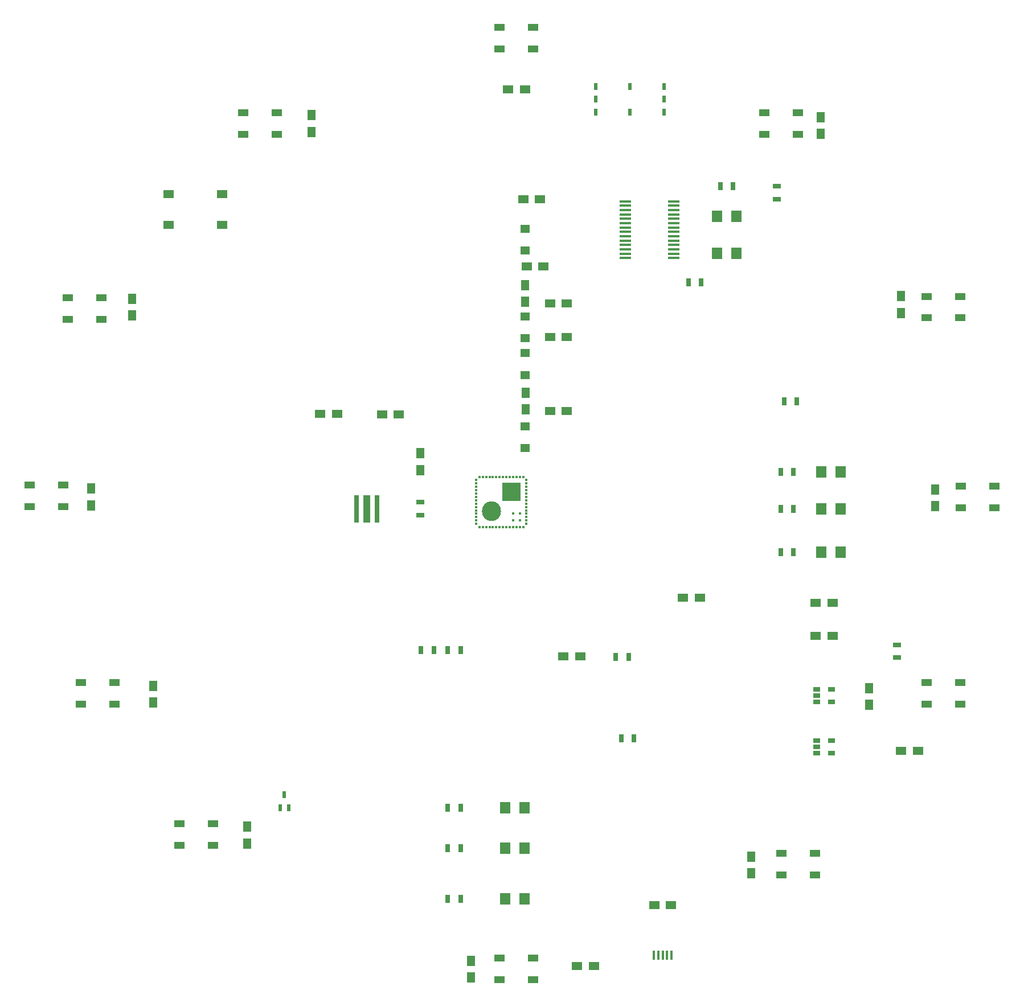
<source format=gtp>
G04 #@! TF.GenerationSoftware,KiCad,Pcbnew,(2016-12-18 revision 3ffa37c)-master*
G04 #@! TF.CreationDate,2016-12-20T15:26:01-08:00*
G04 #@! TF.ProjectId,badge-routed,62616467652D726F757465642E6B6963,rev?*
G04 #@! TF.FileFunction,Paste,Top*
G04 #@! TF.FilePolarity,Positive*
%FSLAX46Y46*%
G04 Gerber Fmt 4.6, Leading zero omitted, Abs format (unit mm)*
G04 Created by KiCad (PCBNEW (2016-12-18 revision 3ffa37c)-master) date Tuesday, December 20, 2016 'PMt' 03:26:01 PM*
%MOMM*%
%LPD*%
G01*
G04 APERTURE LIST*
%ADD10C,0.150000*%
%ADD11R,1.597660X1.800860*%
%ADD12R,0.700000X1.300000*%
%ADD13R,1.000000X4.100000*%
%ADD14R,0.700000X4.100000*%
%ADD15R,1.250000X1.500000*%
%ADD16R,1.500000X1.250000*%
%ADD17R,0.400000X1.350000*%
%ADD18R,1.300000X0.700000*%
%ADD19R,1.060000X0.650000*%
%ADD20R,0.500000X1.000000*%
%ADD21R,1.750000X0.450000*%
%ADD22R,1.600000X1.000000*%
%ADD23R,0.406400X0.406400*%
%ADD24O,2.819400X2.946400*%
%ADD25R,2.667000X2.667000*%
%ADD26R,0.304800X0.406400*%
%ADD27R,0.406400X0.304800*%
%ADD28R,1.550000X1.300000*%
%ADD29R,1.399540X1.150620*%
%ADD30R,0.599440X1.000760*%
G04 APERTURE END LIST*
D10*
D11*
X140580140Y-97500000D03*
X143419860Y-97500000D03*
D12*
X136450000Y-97500000D03*
X134550000Y-97500000D03*
D13*
X73000000Y-103000000D03*
D14*
X71500000Y-103000000D03*
X74500000Y-103000000D03*
D11*
X143419860Y-109500000D03*
X140580140Y-109500000D03*
X140580140Y-103000000D03*
X143419860Y-103000000D03*
D15*
X130175000Y-157230000D03*
X130175000Y-154730000D03*
X88500000Y-170250000D03*
X88500000Y-172750000D03*
X55245000Y-152785000D03*
X55245000Y-150285000D03*
X41275000Y-129330000D03*
X41275000Y-131830000D03*
X32000000Y-102500000D03*
X32000000Y-100000000D03*
X38100000Y-71775000D03*
X38100000Y-74275000D03*
X64770000Y-46970000D03*
X64770000Y-44470000D03*
D16*
X94000000Y-40640000D03*
X96500000Y-40640000D03*
X142250000Y-117000000D03*
X139750000Y-117000000D03*
X152435000Y-138988000D03*
X154935000Y-138988000D03*
X142220000Y-121920000D03*
X139720000Y-121920000D03*
X120000000Y-116250000D03*
X122500000Y-116250000D03*
D15*
X157480000Y-102620000D03*
X157480000Y-100120000D03*
D16*
X66060000Y-88900000D03*
X68560000Y-88900000D03*
X77750000Y-89000000D03*
X75250000Y-89000000D03*
D15*
X81000000Y-94750000D03*
X81000000Y-97250000D03*
X96600000Y-85750000D03*
X96600000Y-88250000D03*
X96500000Y-72250000D03*
X96500000Y-69750000D03*
D16*
X102750000Y-77500000D03*
X100250000Y-77500000D03*
X100250000Y-72500000D03*
X102750000Y-72500000D03*
X99250000Y-67000000D03*
X96750000Y-67000000D03*
X96250000Y-57000000D03*
X98750000Y-57000000D03*
X102750000Y-88500000D03*
X100250000Y-88500000D03*
X106750000Y-171000000D03*
X104250000Y-171000000D03*
X118250000Y-162000000D03*
X115750000Y-162000000D03*
X102250000Y-125000000D03*
X104750000Y-125000000D03*
D15*
X147650000Y-132200000D03*
X147650000Y-129700000D03*
X140500000Y-44750000D03*
X140500000Y-47250000D03*
X152400000Y-73870000D03*
X152400000Y-71370000D03*
D17*
X118299100Y-169437460D03*
X117649100Y-169437460D03*
X116999100Y-169437460D03*
X116349100Y-169437460D03*
X115699100Y-169437460D03*
D12*
X85050000Y-153500000D03*
X86950000Y-153500000D03*
X112710000Y-137160000D03*
X110810000Y-137160000D03*
D18*
X134000000Y-56950000D03*
X134000000Y-55050000D03*
D12*
X127450000Y-55000000D03*
X125550000Y-55000000D03*
X86950000Y-147500000D03*
X85050000Y-147500000D03*
X134550000Y-103000000D03*
X136450000Y-103000000D03*
X86950000Y-124000000D03*
X85050000Y-124000000D03*
X81050000Y-124000000D03*
X82950000Y-124000000D03*
X122700000Y-69350000D03*
X120800000Y-69350000D03*
X110025000Y-125038000D03*
X111925000Y-125038000D03*
X86950000Y-161000000D03*
X85050000Y-161000000D03*
D18*
X151810000Y-123230000D03*
X151810000Y-125130000D03*
X81000000Y-102050000D03*
X81000000Y-103950000D03*
D12*
X135050000Y-87000000D03*
X136950000Y-87000000D03*
X136450000Y-109500000D03*
X134550000Y-109500000D03*
D19*
X142070000Y-129860000D03*
X142070000Y-131760000D03*
X139870000Y-131760000D03*
X139870000Y-130810000D03*
X139870000Y-129860000D03*
X139870000Y-137480000D03*
X139870000Y-138430000D03*
X139870000Y-139380000D03*
X142070000Y-139380000D03*
X142070000Y-137480000D03*
D20*
X107000000Y-44000000D03*
X107000000Y-40200000D03*
X117200000Y-40200000D03*
X117200000Y-44000000D03*
X117200000Y-42100000D03*
X107000000Y-42100000D03*
X112100000Y-40200000D03*
X112100000Y-44000000D03*
D11*
X96419860Y-153500000D03*
X93580140Y-153500000D03*
X96419860Y-161000000D03*
X93580140Y-161000000D03*
D21*
X111400000Y-57275000D03*
X111400000Y-57925000D03*
X111400000Y-58575000D03*
X111400000Y-59225000D03*
X111400000Y-59875000D03*
X111400000Y-60525000D03*
X111400000Y-61175000D03*
X111400000Y-61825000D03*
X111400000Y-62475000D03*
X111400000Y-63125000D03*
X111400000Y-63775000D03*
X111400000Y-64425000D03*
X111400000Y-65075000D03*
X111400000Y-65725000D03*
X118600000Y-65725000D03*
X118600000Y-65075000D03*
X118600000Y-64425000D03*
X118600000Y-63775000D03*
X118600000Y-63125000D03*
X118600000Y-62475000D03*
X118600000Y-61825000D03*
X118600000Y-61175000D03*
X118600000Y-60525000D03*
X118600000Y-59875000D03*
X118600000Y-59225000D03*
X118600000Y-58575000D03*
X118600000Y-57925000D03*
X118600000Y-57275000D03*
D11*
X127919860Y-59500000D03*
X125080140Y-59500000D03*
D22*
X156250000Y-71425000D03*
X156250000Y-74625000D03*
X161250000Y-71425000D03*
X161250000Y-74625000D03*
X137120000Y-47320000D03*
X137120000Y-44120000D03*
X132120000Y-47320000D03*
X132120000Y-44120000D03*
D23*
X94749806Y-104749804D03*
X94749806Y-103749806D03*
X95749804Y-103749806D03*
X95749804Y-104749804D03*
D24*
X91500130Y-103399794D03*
D25*
X94499870Y-100500130D03*
D26*
X89750070Y-98275090D03*
X90250196Y-98275090D03*
X90750068Y-98275090D03*
X91250194Y-98275090D03*
X91750066Y-98275090D03*
X92250192Y-98275090D03*
X92750064Y-98275090D03*
X93249936Y-98275090D03*
X93749808Y-98275090D03*
X94249934Y-98275090D03*
X94749806Y-98275090D03*
X95249932Y-98275090D03*
X95749804Y-98275090D03*
X96249930Y-98275090D03*
D27*
X96724910Y-98750070D03*
X96724910Y-99250196D03*
X96724910Y-99750068D03*
X96724910Y-100250194D03*
X96724910Y-100750066D03*
X96724910Y-101250192D03*
X96724910Y-101750064D03*
X96724910Y-102249936D03*
X96724910Y-102749808D03*
X96724910Y-103249934D03*
X96724910Y-103749806D03*
X96724910Y-104249932D03*
X96724910Y-104749804D03*
X96724910Y-105249930D03*
D26*
X96249930Y-105724910D03*
X95749804Y-105724910D03*
X95249932Y-105724910D03*
X94749806Y-105724910D03*
X94249934Y-105724910D03*
X93749808Y-105724910D03*
X93249936Y-105724910D03*
X92750064Y-105724910D03*
X92250192Y-105724910D03*
X91750066Y-105724910D03*
X91250194Y-105724910D03*
X90750068Y-105724910D03*
X90250196Y-105724910D03*
X89750070Y-105724910D03*
D27*
X89275090Y-105249930D03*
X89275090Y-104749804D03*
X89275090Y-104249932D03*
X89275090Y-103749806D03*
X89275090Y-103249934D03*
X89275090Y-102749808D03*
X89275090Y-102249936D03*
X89275090Y-101750064D03*
X89275090Y-101250192D03*
X89275090Y-100750066D03*
X89275090Y-100250194D03*
X89275090Y-99750068D03*
X89275090Y-99250196D03*
D23*
X89275090Y-98750070D03*
D28*
X51475000Y-60750000D03*
X43525000Y-60750000D03*
X51475000Y-56250000D03*
X43525000Y-56250000D03*
D29*
X96500000Y-83125600D03*
X96500000Y-79874400D03*
X96500000Y-61374400D03*
X96500000Y-64625600D03*
X96500000Y-77625600D03*
X96500000Y-74374400D03*
X96500000Y-90748800D03*
X96500000Y-94000000D03*
D11*
X96419860Y-147500000D03*
X93580140Y-147500000D03*
X127919860Y-65000000D03*
X125080140Y-65000000D03*
D22*
X28575000Y-71628000D03*
X28575000Y-74828000D03*
X33575000Y-71628000D03*
X33575000Y-74828000D03*
X27900000Y-102700000D03*
X27900000Y-99500000D03*
X22900000Y-102700000D03*
X22900000Y-99500000D03*
X30480000Y-128880000D03*
X30480000Y-132080000D03*
X35480000Y-128880000D03*
X35480000Y-132080000D03*
X50165000Y-153035000D03*
X50165000Y-149835000D03*
X45165000Y-153035000D03*
X45165000Y-149835000D03*
X92750000Y-169850000D03*
X92750000Y-173050000D03*
X97750000Y-169850000D03*
X97750000Y-173050000D03*
X139620000Y-157480000D03*
X139620000Y-154280000D03*
X134620000Y-157480000D03*
X134620000Y-154280000D03*
X156210000Y-128880000D03*
X156210000Y-132080000D03*
X161210000Y-128880000D03*
X161210000Y-132080000D03*
X166290000Y-102870000D03*
X166290000Y-99670000D03*
X161290000Y-102870000D03*
X161290000Y-99670000D03*
X97750000Y-34620000D03*
X97750000Y-31420000D03*
X92750000Y-34620000D03*
X92750000Y-31420000D03*
X59650000Y-47320000D03*
X59650000Y-44120000D03*
X54650000Y-47320000D03*
X54650000Y-44120000D03*
D30*
X60750000Y-145550040D03*
X60099760Y-147449960D03*
X61400240Y-147449960D03*
M02*

</source>
